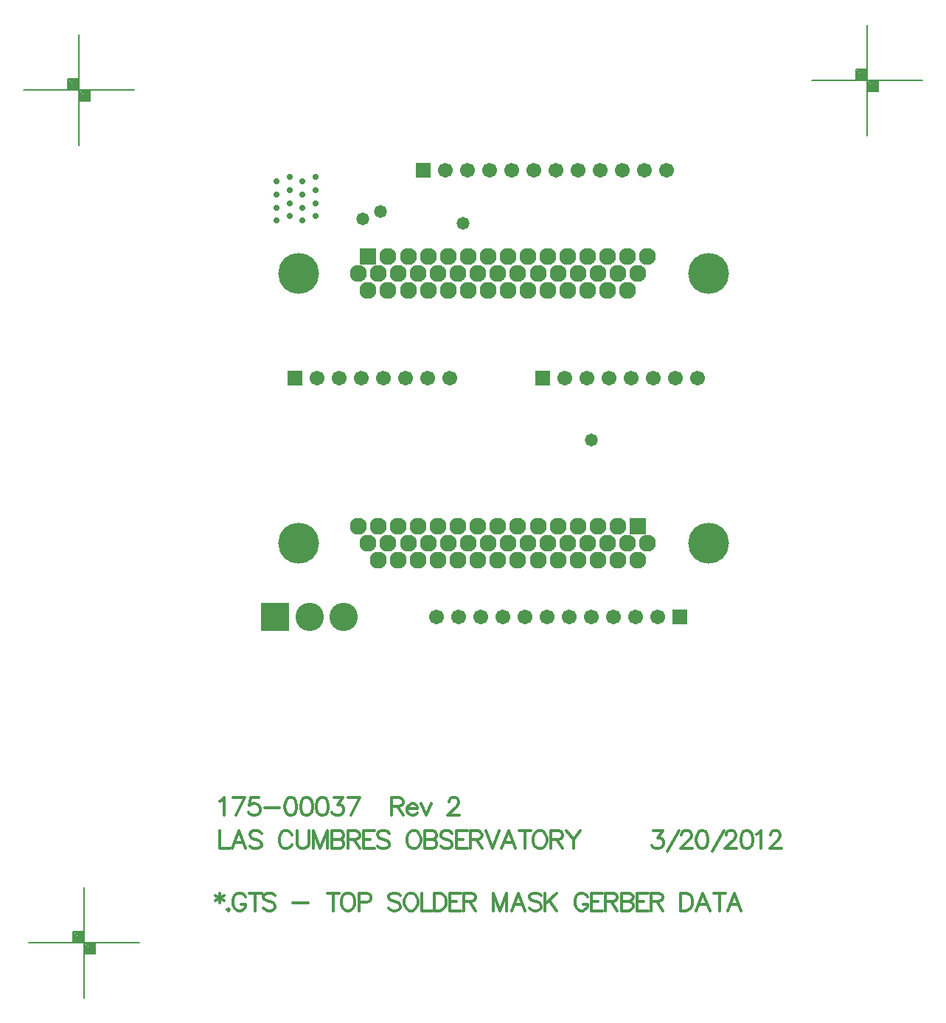
<source format=gts>
%FSLAX23Y23*%
%MOIN*%
G70*
G01*
G75*
G04 Layer_Color=8388736*
%ADD10C,0.010*%
%ADD11C,0.012*%
%ADD12C,0.008*%
%ADD13C,0.012*%
%ADD14C,0.012*%
%ADD15C,0.069*%
%ADD16R,0.069X0.069*%
%ADD17C,0.177*%
%ADD18C,0.059*%
%ADD19R,0.059X0.059*%
%ADD20C,0.120*%
%ADD21R,0.120X0.120*%
%ADD22C,0.020*%
%ADD23C,0.050*%
%ADD24C,0.040*%
%ADD25C,0.087*%
G04:AMPARAMS|DCode=26|XSize=87.244mil|YSize=87.244mil|CornerRadius=0mil|HoleSize=0mil|Usage=FLASHONLY|Rotation=0.000|XOffset=0mil|YOffset=0mil|HoleType=Round|Shape=Relief|Width=10mil|Gap=10mil|Entries=4|*
%AMTHD26*
7,0,0,0.087,0.067,0.010,45*
%
%ADD26THD26*%
%ADD27C,0.162*%
%ADD28C,0.075*%
G04:AMPARAMS|DCode=29|XSize=110mil|YSize=110mil|CornerRadius=0mil|HoleSize=0mil|Usage=FLASHONLY|Rotation=0.000|XOffset=0mil|YOffset=0mil|HoleType=Round|Shape=Relief|Width=10mil|Gap=10mil|Entries=4|*
%AMTHD29*
7,0,0,0.110,0.090,0.010,45*
%
%ADD29THD29*%
%ADD30C,0.110*%
%ADD31C,0.068*%
G04:AMPARAMS|DCode=32|XSize=68mil|YSize=68mil|CornerRadius=0mil|HoleSize=0mil|Usage=FLASHONLY|Rotation=0.000|XOffset=0mil|YOffset=0mil|HoleType=Round|Shape=Relief|Width=10mil|Gap=10mil|Entries=4|*
%AMTHD32*
7,0,0,0.068,0.048,0.010,45*
%
%ADD32THD32*%
%ADD33C,0.005*%
%ADD34R,0.050X0.050*%
%ADD35R,0.272X0.268*%
%ADD36R,0.075X0.037*%
%ADD37R,0.050X0.050*%
%ADD38C,0.020*%
%ADD39R,0.315X0.135*%
%ADD40C,0.077*%
%ADD41R,0.077X0.077*%
%ADD42C,0.185*%
%ADD43C,0.067*%
%ADD44R,0.067X0.067*%
%ADD45C,0.128*%
%ADD46R,0.128X0.128*%
%ADD47C,0.028*%
%ADD48C,0.058*%
D11*
X44398Y33331D02*
Y33285D01*
X44378Y33320D02*
X44417Y33297D01*
Y33320D02*
X44378Y33297D01*
X44437Y33259D02*
X44433Y33255D01*
X44437Y33251D01*
X44441Y33255D01*
X44437Y33259D01*
X44515Y33312D02*
X44511Y33320D01*
X44504Y33327D01*
X44496Y33331D01*
X44481D01*
X44473Y33327D01*
X44466Y33320D01*
X44462Y33312D01*
X44458Y33301D01*
Y33281D01*
X44462Y33270D01*
X44466Y33262D01*
X44473Y33255D01*
X44481Y33251D01*
X44496D01*
X44504Y33255D01*
X44511Y33262D01*
X44515Y33270D01*
Y33281D01*
X44496D02*
X44515D01*
X44560Y33331D02*
Y33251D01*
X44533Y33331D02*
X44587D01*
X44650Y33320D02*
X44642Y33327D01*
X44631Y33331D01*
X44615D01*
X44604Y33327D01*
X44596Y33320D01*
Y33312D01*
X44600Y33304D01*
X44604Y33301D01*
X44612Y33297D01*
X44634Y33289D01*
X44642Y33285D01*
X44646Y33281D01*
X44650Y33274D01*
Y33262D01*
X44642Y33255D01*
X44631Y33251D01*
X44615D01*
X44604Y33255D01*
X44596Y33262D01*
X44730Y33285D02*
X44799D01*
X44912Y33331D02*
Y33251D01*
X44885Y33331D02*
X44939D01*
X44971D02*
X44963Y33327D01*
X44956Y33320D01*
X44952Y33312D01*
X44948Y33301D01*
Y33281D01*
X44952Y33270D01*
X44956Y33262D01*
X44963Y33255D01*
X44971Y33251D01*
X44986D01*
X44994Y33255D01*
X45002Y33262D01*
X45005Y33270D01*
X45009Y33281D01*
Y33301D01*
X45005Y33312D01*
X45002Y33320D01*
X44994Y33327D01*
X44986Y33331D01*
X44971D01*
X45028Y33289D02*
X45062D01*
X45074Y33293D01*
X45077Y33297D01*
X45081Y33304D01*
Y33316D01*
X45077Y33323D01*
X45074Y33327D01*
X45062Y33331D01*
X45028D01*
Y33251D01*
X45215Y33320D02*
X45208Y33327D01*
X45196Y33331D01*
X45181D01*
X45170Y33327D01*
X45162Y33320D01*
Y33312D01*
X45166Y33304D01*
X45170Y33301D01*
X45177Y33297D01*
X45200Y33289D01*
X45208Y33285D01*
X45211Y33281D01*
X45215Y33274D01*
Y33262D01*
X45208Y33255D01*
X45196Y33251D01*
X45181D01*
X45170Y33255D01*
X45162Y33262D01*
X45256Y33331D02*
X45248Y33327D01*
X45241Y33320D01*
X45237Y33312D01*
X45233Y33301D01*
Y33281D01*
X45237Y33270D01*
X45241Y33262D01*
X45248Y33255D01*
X45256Y33251D01*
X45271D01*
X45279Y33255D01*
X45286Y33262D01*
X45290Y33270D01*
X45294Y33281D01*
Y33301D01*
X45290Y33312D01*
X45286Y33320D01*
X45279Y33327D01*
X45271Y33331D01*
X45256D01*
X45313D02*
Y33251D01*
X45358D01*
X45367Y33331D02*
Y33251D01*
Y33331D02*
X45394D01*
X45405Y33327D01*
X45413Y33320D01*
X45417Y33312D01*
X45421Y33301D01*
Y33281D01*
X45417Y33270D01*
X45413Y33262D01*
X45405Y33255D01*
X45394Y33251D01*
X45367D01*
X45488Y33331D02*
X45438D01*
Y33251D01*
X45488D01*
X45438Y33293D02*
X45469D01*
X45501Y33331D02*
Y33251D01*
Y33331D02*
X45536D01*
X45547Y33327D01*
X45551Y33323D01*
X45555Y33316D01*
Y33308D01*
X45551Y33301D01*
X45547Y33297D01*
X45536Y33293D01*
X45501D01*
X45528D02*
X45555Y33251D01*
X45635Y33331D02*
Y33251D01*
Y33331D02*
X45666Y33251D01*
X45696Y33331D02*
X45666Y33251D01*
X45696Y33331D02*
Y33251D01*
X45780D02*
X45750Y33331D01*
X45719Y33251D01*
X45731Y33278D02*
X45769D01*
X45852Y33320D02*
X45844Y33327D01*
X45833Y33331D01*
X45818D01*
X45806Y33327D01*
X45799Y33320D01*
Y33312D01*
X45803Y33304D01*
X45806Y33301D01*
X45814Y33297D01*
X45837Y33289D01*
X45844Y33285D01*
X45848Y33281D01*
X45852Y33274D01*
Y33262D01*
X45844Y33255D01*
X45833Y33251D01*
X45818D01*
X45806Y33255D01*
X45799Y33262D01*
X45870Y33331D02*
Y33251D01*
X45923Y33331D02*
X45870Y33278D01*
X45889Y33297D02*
X45923Y33251D01*
X46061Y33312D02*
X46057Y33320D01*
X46050Y33327D01*
X46042Y33331D01*
X46027D01*
X46019Y33327D01*
X46012Y33320D01*
X46008Y33312D01*
X46004Y33301D01*
Y33281D01*
X46008Y33270D01*
X46012Y33262D01*
X46019Y33255D01*
X46027Y33251D01*
X46042D01*
X46050Y33255D01*
X46057Y33262D01*
X46061Y33270D01*
Y33281D01*
X46042D02*
X46061D01*
X46129Y33331D02*
X46079D01*
Y33251D01*
X46129D01*
X46079Y33293D02*
X46110D01*
X46142Y33331D02*
Y33251D01*
Y33331D02*
X46177D01*
X46188Y33327D01*
X46192Y33323D01*
X46196Y33316D01*
Y33308D01*
X46192Y33301D01*
X46188Y33297D01*
X46177Y33293D01*
X46142D01*
X46169D02*
X46196Y33251D01*
X46214Y33331D02*
Y33251D01*
Y33331D02*
X46248D01*
X46259Y33327D01*
X46263Y33323D01*
X46267Y33316D01*
Y33308D01*
X46263Y33301D01*
X46259Y33297D01*
X46248Y33293D01*
X46214D02*
X46248D01*
X46259Y33289D01*
X46263Y33285D01*
X46267Y33278D01*
Y33266D01*
X46263Y33259D01*
X46259Y33255D01*
X46248Y33251D01*
X46214D01*
X46334Y33331D02*
X46285D01*
Y33251D01*
X46334D01*
X46285Y33293D02*
X46315D01*
X46348Y33331D02*
Y33251D01*
Y33331D02*
X46382D01*
X46393Y33327D01*
X46397Y33323D01*
X46401Y33316D01*
Y33308D01*
X46397Y33301D01*
X46393Y33297D01*
X46382Y33293D01*
X46348D01*
X46374D02*
X46401Y33251D01*
X46482Y33331D02*
Y33251D01*
Y33331D02*
X46508D01*
X46520Y33327D01*
X46527Y33320D01*
X46531Y33312D01*
X46535Y33301D01*
Y33281D01*
X46531Y33270D01*
X46527Y33262D01*
X46520Y33255D01*
X46508Y33251D01*
X46482D01*
X46614D02*
X46583Y33331D01*
X46553Y33251D01*
X46564Y33278D02*
X46602D01*
X46659Y33331D02*
Y33251D01*
X46632Y33331D02*
X46686D01*
X46756Y33251D02*
X46726Y33331D01*
X46695Y33251D01*
X46707Y33278D02*
X46745D01*
D12*
X47076Y37005D02*
X47576D01*
X47326Y36755D02*
Y37255D01*
X47376Y36955D02*
Y37005D01*
X47326Y36955D02*
X47376D01*
X47276Y37005D02*
Y37055D01*
X47326D01*
X47281Y37010D02*
X47321D01*
X47281D02*
Y37050D01*
X47321D01*
Y37010D02*
Y37050D01*
X47286Y37015D02*
X47316D01*
X47286D02*
Y37045D01*
X47316D01*
Y37020D02*
Y37045D01*
X47291Y37020D02*
X47311D01*
X47291D02*
Y37040D01*
X47311D01*
Y37025D02*
Y37040D01*
X47296Y37025D02*
X47306D01*
X47296D02*
Y37035D01*
X47306D01*
Y37025D02*
Y37035D01*
X47296Y37030D02*
X47306D01*
X47331Y36960D02*
X47371D01*
X47331D02*
Y37000D01*
X47371D01*
Y36960D02*
Y37000D01*
X47336Y36965D02*
X47366D01*
X47336D02*
Y36995D01*
X47366D01*
Y36970D02*
Y36995D01*
X47341Y36970D02*
X47361D01*
X47341D02*
Y36990D01*
X47361D01*
Y36975D02*
Y36990D01*
X47346Y36975D02*
X47356D01*
X47346D02*
Y36985D01*
X47356D01*
Y36975D02*
Y36985D01*
X47346Y36980D02*
X47356D01*
X43511Y36964D02*
X44011D01*
X43761Y36714D02*
Y37214D01*
X43811Y36914D02*
Y36964D01*
X43761Y36914D02*
X43811D01*
X43711Y36964D02*
Y37014D01*
X43761D01*
X43716Y36969D02*
X43756D01*
X43716D02*
Y37009D01*
X43756D01*
Y36969D02*
Y37009D01*
X43721Y36974D02*
X43751D01*
X43721D02*
Y37004D01*
X43751D01*
Y36979D02*
Y37004D01*
X43726Y36979D02*
X43746D01*
X43726D02*
Y36999D01*
X43746D01*
Y36984D02*
Y36999D01*
X43731Y36984D02*
X43741D01*
X43731D02*
Y36994D01*
X43741D01*
Y36984D02*
Y36994D01*
X43731Y36989D02*
X43741D01*
X43766Y36919D02*
X43806D01*
X43766D02*
Y36959D01*
X43806D01*
Y36919D02*
Y36959D01*
X43771Y36924D02*
X43801D01*
X43771D02*
Y36954D01*
X43801D01*
Y36929D02*
Y36954D01*
X43776Y36929D02*
X43796D01*
X43776D02*
Y36949D01*
X43796D01*
Y36934D02*
Y36949D01*
X43781Y36934D02*
X43791D01*
X43781D02*
Y36944D01*
X43791D01*
Y36934D02*
Y36944D01*
X43781Y36939D02*
X43791D01*
X43534Y33107D02*
X44034D01*
X43784Y32857D02*
Y33357D01*
X43834Y33057D02*
Y33107D01*
X43784Y33057D02*
X43834D01*
X43734Y33107D02*
Y33157D01*
X43784D01*
X43739Y33112D02*
X43779D01*
X43739D02*
Y33152D01*
X43779D01*
Y33112D02*
Y33152D01*
X43744Y33117D02*
X43774D01*
X43744D02*
Y33147D01*
X43774D01*
Y33122D02*
Y33147D01*
X43749Y33122D02*
X43769D01*
X43749D02*
Y33142D01*
X43769D01*
Y33127D02*
Y33142D01*
X43754Y33127D02*
X43764D01*
X43754D02*
Y33137D01*
X43764D01*
Y33127D02*
Y33137D01*
X43754Y33132D02*
X43764D01*
X43789Y33062D02*
X43829D01*
X43789D02*
Y33102D01*
X43829D01*
Y33062D02*
Y33102D01*
X43794Y33067D02*
X43824D01*
X43794D02*
Y33097D01*
X43824D01*
Y33072D02*
Y33097D01*
X43799Y33072D02*
X43819D01*
X43799D02*
Y33092D01*
X43819D01*
Y33077D02*
Y33092D01*
X43804Y33077D02*
X43814D01*
X43804D02*
Y33087D01*
X43814D01*
Y33077D02*
Y33087D01*
X43804Y33082D02*
X43814D01*
D13*
X44399Y33746D02*
X44407Y33750D01*
X44419Y33762D01*
Y33682D01*
X44511Y33762D02*
X44473Y33682D01*
X44458Y33762D02*
X44511D01*
X44575D02*
X44537D01*
X44533Y33727D01*
X44537Y33731D01*
X44548Y33735D01*
X44560D01*
X44571Y33731D01*
X44579Y33724D01*
X44583Y33712D01*
Y33704D01*
X44579Y33693D01*
X44571Y33685D01*
X44560Y33682D01*
X44548D01*
X44537Y33685D01*
X44533Y33689D01*
X44529Y33697D01*
X44601Y33716D02*
X44669D01*
X44716Y33762D02*
X44704Y33758D01*
X44697Y33746D01*
X44693Y33727D01*
Y33716D01*
X44697Y33697D01*
X44704Y33685D01*
X44716Y33682D01*
X44723D01*
X44735Y33685D01*
X44742Y33697D01*
X44746Y33716D01*
Y33727D01*
X44742Y33746D01*
X44735Y33758D01*
X44723Y33762D01*
X44716D01*
X44787D02*
X44775Y33758D01*
X44768Y33746D01*
X44764Y33727D01*
Y33716D01*
X44768Y33697D01*
X44775Y33685D01*
X44787Y33682D01*
X44794D01*
X44806Y33685D01*
X44814Y33697D01*
X44817Y33716D01*
Y33727D01*
X44814Y33746D01*
X44806Y33758D01*
X44794Y33762D01*
X44787D01*
X44858D02*
X44847Y33758D01*
X44839Y33746D01*
X44835Y33727D01*
Y33716D01*
X44839Y33697D01*
X44847Y33685D01*
X44858Y33682D01*
X44866D01*
X44877Y33685D01*
X44885Y33697D01*
X44889Y33716D01*
Y33727D01*
X44885Y33746D01*
X44877Y33758D01*
X44866Y33762D01*
X44858D01*
X44914D02*
X44956D01*
X44933Y33731D01*
X44945D01*
X44952Y33727D01*
X44956Y33724D01*
X44960Y33712D01*
Y33704D01*
X44956Y33693D01*
X44948Y33685D01*
X44937Y33682D01*
X44925D01*
X44914Y33685D01*
X44910Y33689D01*
X44906Y33697D01*
X45031Y33762D02*
X44993Y33682D01*
X44978Y33762D02*
X45031D01*
X45175D02*
Y33682D01*
Y33762D02*
X45209D01*
X45220Y33758D01*
X45224Y33754D01*
X45228Y33746D01*
Y33739D01*
X45224Y33731D01*
X45220Y33727D01*
X45209Y33724D01*
X45175D01*
X45201D02*
X45228Y33682D01*
X45246Y33712D02*
X45291D01*
Y33720D01*
X45288Y33727D01*
X45284Y33731D01*
X45276Y33735D01*
X45265D01*
X45257Y33731D01*
X45250Y33724D01*
X45246Y33712D01*
Y33704D01*
X45250Y33693D01*
X45257Y33685D01*
X45265Y33682D01*
X45276D01*
X45284Y33685D01*
X45291Y33693D01*
X45309Y33735D02*
X45331Y33682D01*
X45354Y33735D02*
X45331Y33682D01*
X45434Y33743D02*
Y33746D01*
X45438Y33754D01*
X45442Y33758D01*
X45449Y33762D01*
X45464D01*
X45472Y33758D01*
X45476Y33754D01*
X45480Y33746D01*
Y33739D01*
X45476Y33731D01*
X45468Y33720D01*
X45430Y33682D01*
X45483D01*
D14*
X44399Y33612D02*
Y33532D01*
X44445D01*
X44515D02*
X44484Y33612D01*
X44454Y33532D01*
X44465Y33558D02*
X44503D01*
X44587Y33600D02*
X44579Y33608D01*
X44568Y33612D01*
X44553D01*
X44541Y33608D01*
X44534Y33600D01*
Y33593D01*
X44537Y33585D01*
X44541Y33581D01*
X44549Y33577D01*
X44572Y33570D01*
X44579Y33566D01*
X44583Y33562D01*
X44587Y33554D01*
Y33543D01*
X44579Y33535D01*
X44568Y33532D01*
X44553D01*
X44541Y33535D01*
X44534Y33543D01*
X44725Y33593D02*
X44721Y33600D01*
X44713Y33608D01*
X44706Y33612D01*
X44690D01*
X44683Y33608D01*
X44675Y33600D01*
X44671Y33593D01*
X44668Y33581D01*
Y33562D01*
X44671Y33551D01*
X44675Y33543D01*
X44683Y33535D01*
X44690Y33532D01*
X44706D01*
X44713Y33535D01*
X44721Y33543D01*
X44725Y33551D01*
X44747Y33612D02*
Y33554D01*
X44751Y33543D01*
X44759Y33535D01*
X44770Y33532D01*
X44778D01*
X44789Y33535D01*
X44797Y33543D01*
X44801Y33554D01*
Y33612D01*
X44823D02*
Y33532D01*
Y33612D02*
X44853Y33532D01*
X44884Y33612D02*
X44853Y33532D01*
X44884Y33612D02*
Y33532D01*
X44906Y33612D02*
Y33532D01*
Y33612D02*
X44941D01*
X44952Y33608D01*
X44956Y33604D01*
X44960Y33596D01*
Y33589D01*
X44956Y33581D01*
X44952Y33577D01*
X44941Y33573D01*
X44906D02*
X44941D01*
X44952Y33570D01*
X44956Y33566D01*
X44960Y33558D01*
Y33547D01*
X44956Y33539D01*
X44952Y33535D01*
X44941Y33532D01*
X44906D01*
X44978Y33612D02*
Y33532D01*
Y33612D02*
X45012D01*
X45023Y33608D01*
X45027Y33604D01*
X45031Y33596D01*
Y33589D01*
X45027Y33581D01*
X45023Y33577D01*
X45012Y33573D01*
X44978D01*
X45004D02*
X45031Y33532D01*
X45098Y33612D02*
X45049D01*
Y33532D01*
X45098D01*
X45049Y33573D02*
X45079D01*
X45165Y33600D02*
X45157Y33608D01*
X45146Y33612D01*
X45131D01*
X45119Y33608D01*
X45112Y33600D01*
Y33593D01*
X45116Y33585D01*
X45119Y33581D01*
X45127Y33577D01*
X45150Y33570D01*
X45157Y33566D01*
X45161Y33562D01*
X45165Y33554D01*
Y33543D01*
X45157Y33535D01*
X45146Y33532D01*
X45131D01*
X45119Y33535D01*
X45112Y33543D01*
X45269Y33612D02*
X45261Y33608D01*
X45253Y33600D01*
X45250Y33593D01*
X45246Y33581D01*
Y33562D01*
X45250Y33551D01*
X45253Y33543D01*
X45261Y33535D01*
X45269Y33532D01*
X45284D01*
X45291Y33535D01*
X45299Y33543D01*
X45303Y33551D01*
X45307Y33562D01*
Y33581D01*
X45303Y33593D01*
X45299Y33600D01*
X45291Y33608D01*
X45284Y33612D01*
X45269D01*
X45325D02*
Y33532D01*
Y33612D02*
X45360D01*
X45371Y33608D01*
X45375Y33604D01*
X45379Y33596D01*
Y33589D01*
X45375Y33581D01*
X45371Y33577D01*
X45360Y33573D01*
X45325D02*
X45360D01*
X45371Y33570D01*
X45375Y33566D01*
X45379Y33558D01*
Y33547D01*
X45375Y33539D01*
X45371Y33535D01*
X45360Y33532D01*
X45325D01*
X45450Y33600D02*
X45442Y33608D01*
X45431Y33612D01*
X45416D01*
X45404Y33608D01*
X45397Y33600D01*
Y33593D01*
X45400Y33585D01*
X45404Y33581D01*
X45412Y33577D01*
X45435Y33570D01*
X45442Y33566D01*
X45446Y33562D01*
X45450Y33554D01*
Y33543D01*
X45442Y33535D01*
X45431Y33532D01*
X45416D01*
X45404Y33535D01*
X45397Y33543D01*
X45517Y33612D02*
X45468D01*
Y33532D01*
X45517D01*
X45468Y33573D02*
X45498D01*
X45531Y33612D02*
Y33532D01*
Y33612D02*
X45565D01*
X45576Y33608D01*
X45580Y33604D01*
X45584Y33596D01*
Y33589D01*
X45580Y33581D01*
X45576Y33577D01*
X45565Y33573D01*
X45531D01*
X45557D02*
X45584Y33532D01*
X45602Y33612D02*
X45632Y33532D01*
X45663Y33612D02*
X45632Y33532D01*
X45734D02*
X45704Y33612D01*
X45673Y33532D01*
X45685Y33558D02*
X45723D01*
X45779Y33612D02*
Y33532D01*
X45753Y33612D02*
X45806D01*
X45838D02*
X45831Y33608D01*
X45823Y33600D01*
X45819Y33593D01*
X45816Y33581D01*
Y33562D01*
X45819Y33551D01*
X45823Y33543D01*
X45831Y33535D01*
X45838Y33532D01*
X45854D01*
X45861Y33535D01*
X45869Y33543D01*
X45873Y33551D01*
X45877Y33562D01*
Y33581D01*
X45873Y33593D01*
X45869Y33600D01*
X45861Y33608D01*
X45854Y33612D01*
X45838D01*
X45895D02*
Y33532D01*
Y33612D02*
X45929D01*
X45941Y33608D01*
X45945Y33604D01*
X45948Y33596D01*
Y33589D01*
X45945Y33581D01*
X45941Y33577D01*
X45929Y33573D01*
X45895D01*
X45922D02*
X45948Y33532D01*
X45966Y33612D02*
X45997Y33573D01*
Y33532D01*
X46027Y33612D02*
X45997Y33573D01*
X46359Y33612D02*
X46401D01*
X46379Y33581D01*
X46390D01*
X46398Y33577D01*
X46401Y33573D01*
X46405Y33562D01*
Y33554D01*
X46401Y33543D01*
X46394Y33535D01*
X46382Y33532D01*
X46371D01*
X46359Y33535D01*
X46356Y33539D01*
X46352Y33547D01*
X46423Y33520D02*
X46476Y33612D01*
X46486Y33593D02*
Y33596D01*
X46489Y33604D01*
X46493Y33608D01*
X46501Y33612D01*
X46516D01*
X46524Y33608D01*
X46527Y33604D01*
X46531Y33596D01*
Y33589D01*
X46527Y33581D01*
X46520Y33570D01*
X46482Y33532D01*
X46535D01*
X46576Y33612D02*
X46564Y33608D01*
X46557Y33596D01*
X46553Y33577D01*
Y33566D01*
X46557Y33547D01*
X46564Y33535D01*
X46576Y33532D01*
X46583D01*
X46595Y33535D01*
X46602Y33547D01*
X46606Y33566D01*
Y33577D01*
X46602Y33596D01*
X46595Y33608D01*
X46583Y33612D01*
X46576D01*
X46624Y33520D02*
X46677Y33612D01*
X46687Y33593D02*
Y33596D01*
X46690Y33604D01*
X46694Y33608D01*
X46702Y33612D01*
X46717D01*
X46725Y33608D01*
X46729Y33604D01*
X46732Y33596D01*
Y33589D01*
X46729Y33581D01*
X46721Y33570D01*
X46683Y33532D01*
X46736D01*
X46777Y33612D02*
X46765Y33608D01*
X46758Y33596D01*
X46754Y33577D01*
Y33566D01*
X46758Y33547D01*
X46765Y33535D01*
X46777Y33532D01*
X46785D01*
X46796Y33535D01*
X46804Y33547D01*
X46807Y33566D01*
Y33577D01*
X46804Y33596D01*
X46796Y33608D01*
X46785Y33612D01*
X46777D01*
X46825Y33596D02*
X46833Y33600D01*
X46844Y33612D01*
Y33532D01*
X46888Y33593D02*
Y33596D01*
X46892Y33604D01*
X46895Y33608D01*
X46903Y33612D01*
X46918D01*
X46926Y33608D01*
X46930Y33604D01*
X46933Y33596D01*
Y33589D01*
X46930Y33581D01*
X46922Y33570D01*
X46884Y33532D01*
X46937D01*
D40*
X46242Y36055D02*
D03*
X46152D02*
D03*
X46062D02*
D03*
X45972D02*
D03*
X45882D02*
D03*
X45792D02*
D03*
X45701D02*
D03*
X45611D02*
D03*
X45521D02*
D03*
X45431D02*
D03*
X45341D02*
D03*
X45251D02*
D03*
X45160D02*
D03*
X45070D02*
D03*
X46287Y36133D02*
D03*
X46197D02*
D03*
X46107D02*
D03*
X46017D02*
D03*
X45927D02*
D03*
X45837D02*
D03*
X45746D02*
D03*
X45656D02*
D03*
X45566D02*
D03*
X45476D02*
D03*
X45386D02*
D03*
X45296D02*
D03*
X45206D02*
D03*
X45115D02*
D03*
X45025D02*
D03*
X46332Y36211D02*
D03*
X46242D02*
D03*
X46152D02*
D03*
X46062D02*
D03*
X45972D02*
D03*
X45882D02*
D03*
X45792D02*
D03*
X45701D02*
D03*
X45611D02*
D03*
X45521D02*
D03*
X45431D02*
D03*
X45341D02*
D03*
X45251D02*
D03*
X45160D02*
D03*
X46197Y34991D02*
D03*
X46107D02*
D03*
X46017D02*
D03*
X45927D02*
D03*
X45837D02*
D03*
X45746D02*
D03*
X45656D02*
D03*
X45566D02*
D03*
X45476D02*
D03*
X45386D02*
D03*
X45296D02*
D03*
X45206D02*
D03*
X45115D02*
D03*
X45025D02*
D03*
X46332Y34913D02*
D03*
X46242D02*
D03*
X46152D02*
D03*
X46062D02*
D03*
X45972D02*
D03*
X45882D02*
D03*
X45792D02*
D03*
X45701D02*
D03*
X45611D02*
D03*
X45521D02*
D03*
X45431D02*
D03*
X45341D02*
D03*
X45251D02*
D03*
X45160D02*
D03*
X45070D02*
D03*
X46287Y34835D02*
D03*
X46197D02*
D03*
X46107D02*
D03*
X46017D02*
D03*
X45927D02*
D03*
X45837D02*
D03*
X45746D02*
D03*
X45656D02*
D03*
X45566D02*
D03*
X45476D02*
D03*
X45386D02*
D03*
X45296D02*
D03*
X45206D02*
D03*
X45115D02*
D03*
D41*
X45070Y36211D02*
D03*
X46287Y34991D02*
D03*
D42*
X46607Y36133D02*
D03*
X44755D02*
D03*
Y34913D02*
D03*
X46607D02*
D03*
D43*
X45380Y34580D02*
D03*
X45480D02*
D03*
X45580D02*
D03*
X45680D02*
D03*
X45780D02*
D03*
X45880D02*
D03*
X45980D02*
D03*
X46080D02*
D03*
X46180D02*
D03*
X46280D02*
D03*
X46380D02*
D03*
X45440Y35661D02*
D03*
X45340D02*
D03*
X45240D02*
D03*
X45140D02*
D03*
X45040D02*
D03*
X44940D02*
D03*
X44840D02*
D03*
X46560D02*
D03*
X46460D02*
D03*
X46360D02*
D03*
X46260D02*
D03*
X46160D02*
D03*
X46060D02*
D03*
X45960D02*
D03*
X46420Y36600D02*
D03*
X46320D02*
D03*
X46220D02*
D03*
X46120D02*
D03*
X46020D02*
D03*
X45920D02*
D03*
X45820D02*
D03*
X45720D02*
D03*
X45620D02*
D03*
X45520D02*
D03*
X45420D02*
D03*
D44*
X46480Y34580D02*
D03*
X44740Y35661D02*
D03*
X45860D02*
D03*
X45320Y36600D02*
D03*
D45*
X44960Y34580D02*
D03*
X44804D02*
D03*
D46*
X44648D02*
D03*
D47*
X44655Y36549D02*
D03*
Y36490D02*
D03*
Y36431D02*
D03*
Y36372D02*
D03*
X44714Y36392D02*
D03*
Y36451D02*
D03*
Y36510D02*
D03*
Y36569D02*
D03*
X44773Y36549D02*
D03*
Y36490D02*
D03*
Y36431D02*
D03*
Y36372D02*
D03*
X44832Y36392D02*
D03*
Y36451D02*
D03*
Y36510D02*
D03*
Y36569D02*
D03*
D48*
X45500Y36361D02*
D03*
X46080Y35381D02*
D03*
X45124Y36413D02*
D03*
X45045Y36379D02*
D03*
M02*

</source>
